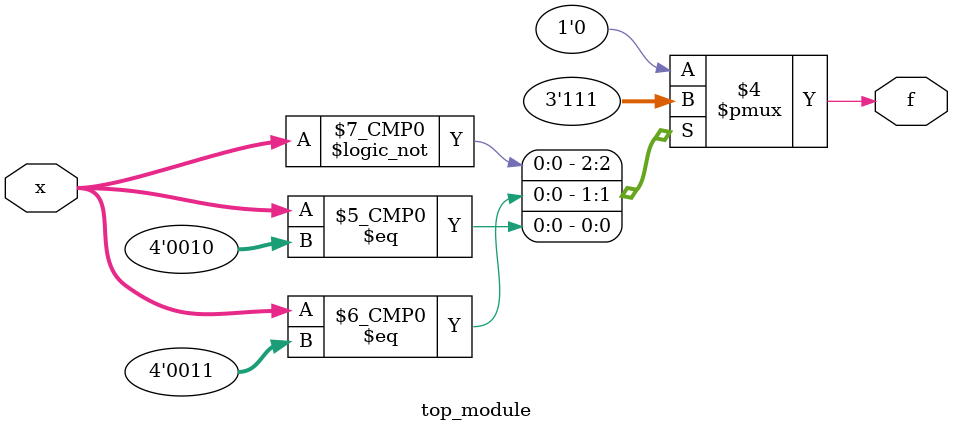
<source format=sv>
module top_module (
	input [4:1] x,
	output logic f
);
	always_comb begin
		case (x)
			4'b0000: f = 1;
			4'b0001: f = 0;
			4'b0011: f = 1;
			4'b0010: f = 1;
			4'b0111: f = 0;
			default: f = 0;
		endcase
	end
endmodule

</source>
